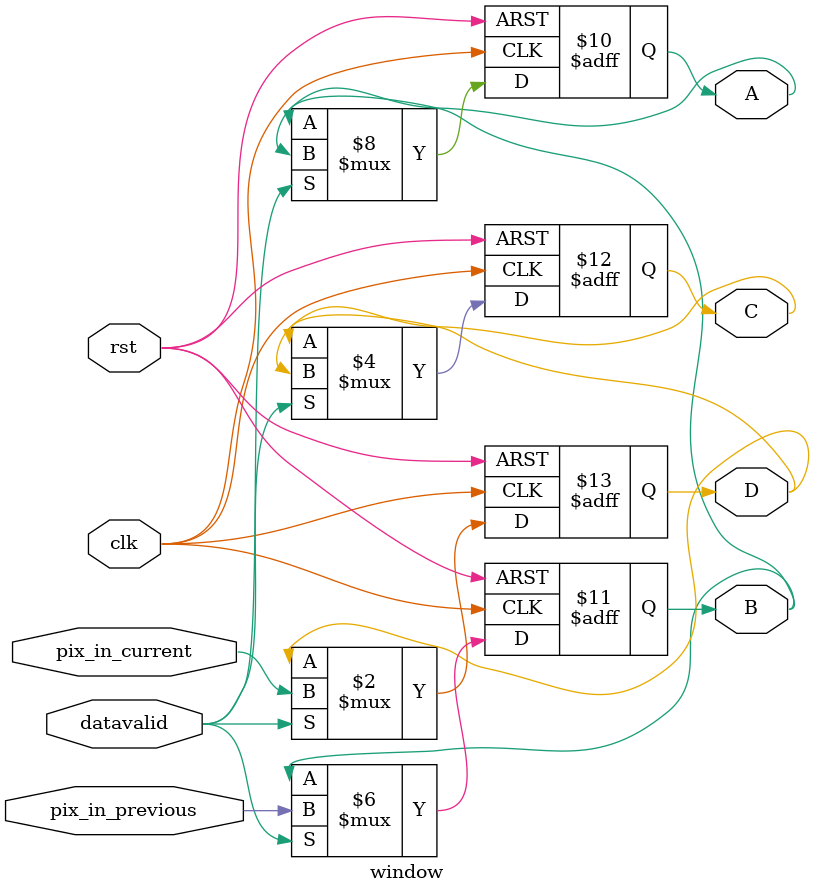
<source format=v>
module window(clk,rst,datavalid,pix_in_current,pix_in_previous,A,B,C,D);

input clk,rst,datavalid,pix_in_current,pix_in_previous;
output reg A,B,C,D;

always@(posedge clk or posedge rst) begin
	if(rst)begin
		A<=0;B<=0;
		C<=0;D<=0;
	end
	else if(datavalid)begin
		A<=B;B<=pix_in_previous;
		C<=D;D<=pix_in_current;
	end
end	
endmodule

</source>
